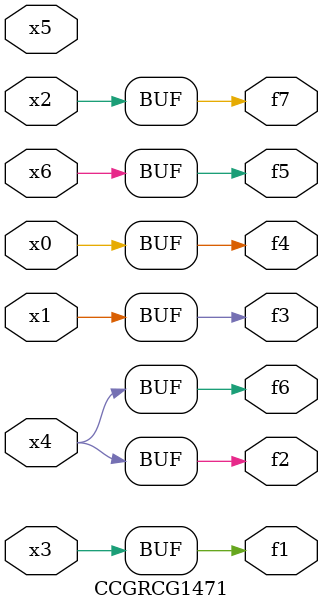
<source format=v>
module CCGRCG1471(
	input x0, x1, x2, x3, x4, x5, x6,
	output f1, f2, f3, f4, f5, f6, f7
);
	assign f1 = x3;
	assign f2 = x4;
	assign f3 = x1;
	assign f4 = x0;
	assign f5 = x6;
	assign f6 = x4;
	assign f7 = x2;
endmodule

</source>
